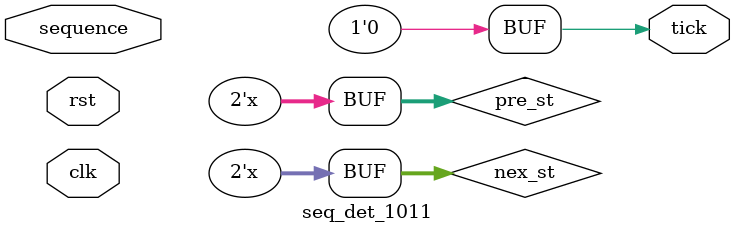
<source format=v>
module seq_det_1011(
    input clk,rst,sequence,
    output reg tick
    );

localparam A=2'b00;
localparam B=2'b01;
localparam C=2'b10;
localparam D=2'b11;
reg[1:0]pre_st,nex_st;
always@(posedge clk or posedge rst)
begin
  if(rst)pre_st<=A;
  else pre_st<=nex_st;
end

always@(*)
begin
   pre_st=nex_st;
	tick=1'b0;
   case(pre_st)
      A:if(sequence)nex_st=B;
		  else nex_st=A;
		B: begin
		   if(sequence)nex_st=B;
			else nex_st=C;
			end
		C: begin
		   if(sequence)nex_st=D;
			else nex_st=A;
			end
		D: begin
		    if(sequence)
			  begin
			   nex_st=B;
				tick=1'b1;
			  end
			 else nex_st=C;
		   end
	 endcase
end
endmodule
		
		

</source>
